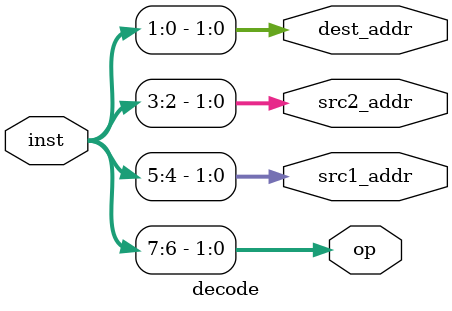
<source format=v>
module decode(
    input [7:0] inst,
    output [1:0] op,
    output [1:0] src1_addr,
    output [1:0] src2_addr,
    output [1:0] dest_addr
);

assign op = inst[7:6];
assign src1_addr = inst[5:4];
assign src2_addr = inst[3:2];
assign dest_addr = inst[1:0];

endmodule

</source>
